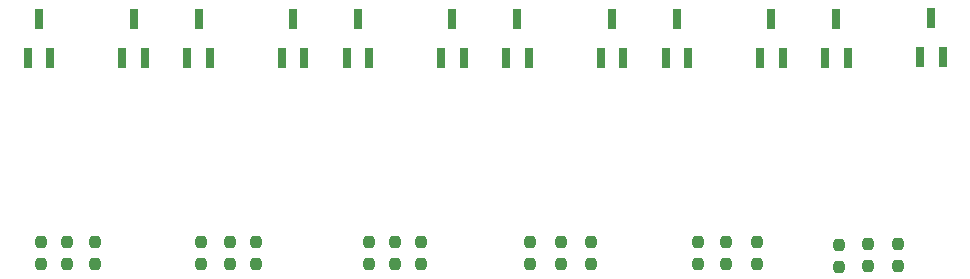
<source format=gbr>
%TF.GenerationSoftware,KiCad,Pcbnew,6.0.11-2627ca5db0~126~ubuntu20.04.1*%
%TF.CreationDate,2023-12-31T19:32:31+09:00*%
%TF.ProjectId,wheel,77686565-6c2e-46b6-9963-61645f706362,rev?*%
%TF.SameCoordinates,Original*%
%TF.FileFunction,Paste,Bot*%
%TF.FilePolarity,Positive*%
%FSLAX46Y46*%
G04 Gerber Fmt 4.6, Leading zero omitted, Abs format (unit mm)*
G04 Created by KiCad (PCBNEW 6.0.11-2627ca5db0~126~ubuntu20.04.1) date 2023-12-31 19:32:31*
%MOMM*%
%LPD*%
G01*
G04 APERTURE LIST*
G04 Aperture macros list*
%AMRoundRect*
0 Rectangle with rounded corners*
0 $1 Rounding radius*
0 $2 $3 $4 $5 $6 $7 $8 $9 X,Y pos of 4 corners*
0 Add a 4 corners polygon primitive as box body*
4,1,4,$2,$3,$4,$5,$6,$7,$8,$9,$2,$3,0*
0 Add four circle primitives for the rounded corners*
1,1,$1+$1,$2,$3*
1,1,$1+$1,$4,$5*
1,1,$1+$1,$6,$7*
1,1,$1+$1,$8,$9*
0 Add four rect primitives between the rounded corners*
20,1,$1+$1,$2,$3,$4,$5,0*
20,1,$1+$1,$4,$5,$6,$7,0*
20,1,$1+$1,$6,$7,$8,$9,0*
20,1,$1+$1,$8,$9,$2,$3,0*%
G04 Aperture macros list end*
%ADD10RoundRect,0.237500X0.237500X-0.250000X0.237500X0.250000X-0.237500X0.250000X-0.237500X-0.250000X0*%
%ADD11R,0.800000X1.800000*%
%ADD12RoundRect,0.237500X-0.237500X0.250000X-0.237500X-0.250000X0.237500X-0.250000X0.237500X0.250000X0*%
G04 APERTURE END LIST*
D10*
%TO.C,R48*%
X141540000Y-95250000D03*
X141540000Y-93425000D03*
%TD*%
%TO.C,R47*%
X129540000Y-95112500D03*
X129540000Y-93287500D03*
%TD*%
D11*
%TO.C,Q9*%
X107340000Y-77700000D03*
X105440000Y-77700000D03*
X106390000Y-74400000D03*
%TD*%
D10*
%TO.C,R50*%
X85140000Y-95112500D03*
X85140000Y-93287500D03*
%TD*%
%TO.C,R53*%
X127140000Y-95112500D03*
X127140000Y-93287500D03*
%TD*%
%TO.C,R44*%
X87540000Y-95112500D03*
X87540000Y-93287500D03*
%TD*%
D11*
%TO.C,Q8*%
X93840000Y-77700000D03*
X91940000Y-77700000D03*
X92890000Y-74400000D03*
%TD*%
%TO.C,Q4*%
X112840000Y-77700000D03*
X110940000Y-77700000D03*
X111890000Y-74400000D03*
%TD*%
D12*
%TO.C,R41*%
X132140000Y-93287500D03*
X132140000Y-95112500D03*
%TD*%
D11*
%TO.C,Q12*%
X147890000Y-77550000D03*
X145990000Y-77550000D03*
X146940000Y-74250000D03*
%TD*%
%TO.C,Q1*%
X72340000Y-77700000D03*
X70440000Y-77700000D03*
X71390000Y-74400000D03*
%TD*%
D10*
%TO.C,R54*%
X139140000Y-95337500D03*
X139140000Y-93512500D03*
%TD*%
D11*
%TO.C,Q7*%
X80340000Y-77700000D03*
X78440000Y-77700000D03*
X79390000Y-74400000D03*
%TD*%
%TO.C,Q6*%
X139840000Y-77700000D03*
X137940000Y-77700000D03*
X138890000Y-74400000D03*
%TD*%
%TO.C,Q3*%
X99340000Y-77700000D03*
X97440000Y-77700000D03*
X98390000Y-74400000D03*
%TD*%
%TO.C,Q2*%
X85840000Y-77700000D03*
X83940000Y-77700000D03*
X84890000Y-74400000D03*
%TD*%
D12*
%TO.C,R45*%
X101540000Y-93287500D03*
X101540000Y-95112500D03*
%TD*%
%TO.C,R40*%
X118140000Y-93287500D03*
X118140000Y-95112500D03*
%TD*%
D10*
%TO.C,R38*%
X89740000Y-95112500D03*
X89740000Y-93287500D03*
%TD*%
%TO.C,R37*%
X76140000Y-95112500D03*
X76140000Y-93287500D03*
%TD*%
%TO.C,R42*%
X144140000Y-95250000D03*
X144140000Y-93425000D03*
%TD*%
D11*
%TO.C,Q10*%
X120840000Y-77700000D03*
X118940000Y-77700000D03*
X119890000Y-74400000D03*
%TD*%
D10*
%TO.C,R49*%
X71540000Y-95112500D03*
X71540000Y-93287500D03*
%TD*%
%TO.C,R46*%
X115540000Y-95112500D03*
X115540000Y-93287500D03*
%TD*%
%TO.C,R52*%
X112940000Y-95112500D03*
X112940000Y-93287500D03*
%TD*%
%TO.C,R51*%
X99340000Y-95112500D03*
X99340000Y-93287500D03*
%TD*%
D12*
%TO.C,R39*%
X103740000Y-93287500D03*
X103740000Y-95112500D03*
%TD*%
D11*
%TO.C,Q11*%
X134340000Y-77700000D03*
X132440000Y-77700000D03*
X133390000Y-74400000D03*
%TD*%
D12*
%TO.C,R43*%
X73740000Y-93287500D03*
X73740000Y-95112500D03*
%TD*%
D11*
%TO.C,Q5*%
X126340000Y-77700000D03*
X124440000Y-77700000D03*
X125390000Y-74400000D03*
%TD*%
M02*

</source>
